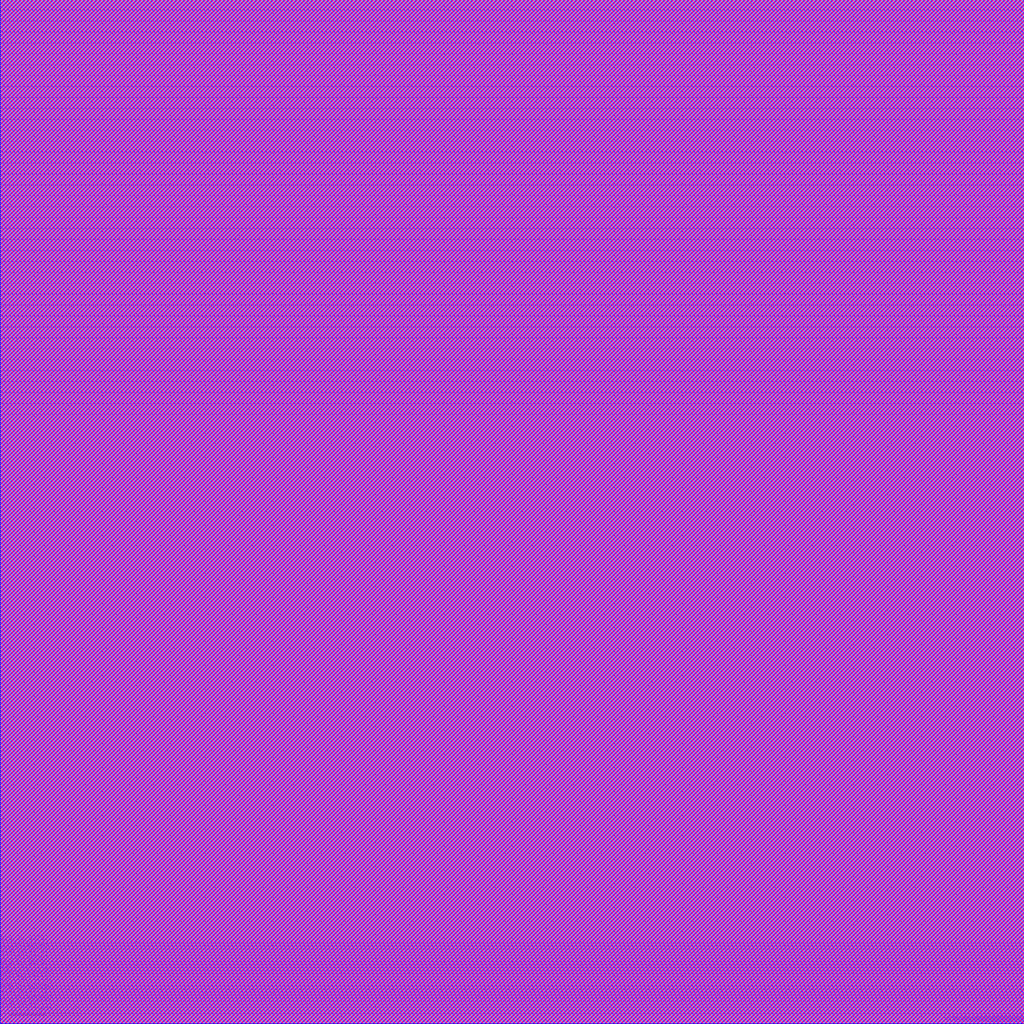
<source format=lef>
##
## LEF for PtnCells ;
## created by Innovus v17.13-s098_1 on Sat Dec  7 00:01:32 2019
##

VERSION 5.8 ;

BUSBITCHARS "[]" ;
DIVIDERCHAR "/" ;

MACRO NYQ
  CLASS BLOCK ;
  SIZE 1499.8400 BY 1499.8400 ;
  FOREIGN NYQ 0.0000 0.0000 ;
  ORIGIN 0 0 ;
  SYMMETRY X Y R90 ;
  PIN Clk_CI
    DIRECTION INPUT ;
    USE SIGNAL ;
    PORT
      LAYER M3 ;
        RECT 1499.6800 1452.5600 1499.8400 1452.7200 ;
    END
  END Clk_CI
  PIN Rst_RBI
    DIRECTION INPUT ;
    USE SIGNAL ;
    PORT
      LAYER M3 ;
        RECT 1499.6800 1468.5600 1499.8400 1468.7200 ;
    END
  END Rst_RBI
  PIN WrEn_SI
    DIRECTION INPUT ;
    USE SIGNAL ;
    PORT
      LAYER M3 ;
        RECT 1499.6800 1484.5600 1499.8400 1484.7200 ;
    END
  END WrEn_SI
  PIN Addr_DI[10]
    DIRECTION INPUT ;
    USE SIGNAL ;
    PORT
      LAYER M3 ;
        RECT 1499.6800 1436.5600 1499.8400 1436.7200 ;
    END
  END Addr_DI[10]
  PIN Addr_DI[9]
    DIRECTION INPUT ;
    USE SIGNAL ;
    PORT
      LAYER M3 ;
        RECT 1499.6800 1420.5600 1499.8400 1420.7200 ;
    END
  END Addr_DI[9]
  PIN Addr_DI[8]
    DIRECTION INPUT ;
    USE SIGNAL ;
    PORT
      LAYER M3 ;
        RECT 1499.6800 1404.5600 1499.8400 1404.7200 ;
    END
  END Addr_DI[8]
  PIN Addr_DI[7]
    DIRECTION INPUT ;
    USE SIGNAL ;
    PORT
      LAYER M3 ;
        RECT 1499.6800 1388.5600 1499.8400 1388.7200 ;
    END
  END Addr_DI[7]
  PIN Addr_DI[6]
    DIRECTION INPUT ;
    USE SIGNAL ;
    PORT
      LAYER M3 ;
        RECT 1499.6800 1372.5600 1499.8400 1372.7200 ;
    END
  END Addr_DI[6]
  PIN Addr_DI[5]
    DIRECTION INPUT ;
    USE SIGNAL ;
    PORT
      LAYER M3 ;
        RECT 1499.6800 1356.5600 1499.8400 1356.7200 ;
    END
  END Addr_DI[5]
  PIN Addr_DI[4]
    DIRECTION INPUT ;
    USE SIGNAL ;
    PORT
      LAYER M3 ;
        RECT 1499.6800 1340.5600 1499.8400 1340.7200 ;
    END
  END Addr_DI[4]
  PIN Addr_DI[3]
    DIRECTION INPUT ;
    USE SIGNAL ;
    PORT
      LAYER M3 ;
        RECT 1499.6800 1324.5600 1499.8400 1324.7200 ;
    END
  END Addr_DI[3]
  PIN Addr_DI[2]
    DIRECTION INPUT ;
    USE SIGNAL ;
    PORT
      LAYER M3 ;
        RECT 1499.6800 1308.5600 1499.8400 1308.7200 ;
    END
  END Addr_DI[2]
  PIN Addr_DI[1]
    DIRECTION INPUT ;
    USE SIGNAL ;
    PORT
      LAYER M3 ;
        RECT 1499.6800 1292.5600 1499.8400 1292.7200 ;
    END
  END Addr_DI[1]
  PIN Addr_DI[0]
    DIRECTION INPUT ;
    USE SIGNAL ;
    PORT
      LAYER M3 ;
        RECT 1499.6800 1276.5600 1499.8400 1276.7200 ;
    END
  END Addr_DI[0]
  PIN PAR_In_DI[23]
    DIRECTION INPUT ;
    USE SIGNAL ;
    PORT
      LAYER M3 ;
        RECT 1499.6800 1260.5600 1499.8400 1260.7200 ;
    END
  END PAR_In_DI[23]
  PIN PAR_In_DI[22]
    DIRECTION INPUT ;
    USE SIGNAL ;
    PORT
      LAYER M3 ;
        RECT 1499.6800 1244.5600 1499.8400 1244.7200 ;
    END
  END PAR_In_DI[22]
  PIN PAR_In_DI[21]
    DIRECTION INPUT ;
    USE SIGNAL ;
    PORT
      LAYER M3 ;
        RECT 1499.6800 1228.5600 1499.8400 1228.7200 ;
    END
  END PAR_In_DI[21]
  PIN PAR_In_DI[20]
    DIRECTION INPUT ;
    USE SIGNAL ;
    PORT
      LAYER M3 ;
        RECT 1499.6800 1212.5600 1499.8400 1212.7200 ;
    END
  END PAR_In_DI[20]
  PIN PAR_In_DI[19]
    DIRECTION INPUT ;
    USE SIGNAL ;
    PORT
      LAYER M3 ;
        RECT 1499.6800 1196.5600 1499.8400 1196.7200 ;
    END
  END PAR_In_DI[19]
  PIN PAR_In_DI[18]
    DIRECTION INPUT ;
    USE SIGNAL ;
    PORT
      LAYER M3 ;
        RECT 1499.6800 1180.5600 1499.8400 1180.7200 ;
    END
  END PAR_In_DI[18]
  PIN PAR_In_DI[17]
    DIRECTION INPUT ;
    USE SIGNAL ;
    PORT
      LAYER M3 ;
        RECT 1499.6800 1164.5600 1499.8400 1164.7200 ;
    END
  END PAR_In_DI[17]
  PIN PAR_In_DI[16]
    DIRECTION INPUT ;
    USE SIGNAL ;
    PORT
      LAYER M3 ;
        RECT 1499.6800 1148.5600 1499.8400 1148.7200 ;
    END
  END PAR_In_DI[16]
  PIN PAR_In_DI[15]
    DIRECTION INPUT ;
    USE SIGNAL ;
    PORT
      LAYER M3 ;
        RECT 1499.6800 1132.5600 1499.8400 1132.7200 ;
    END
  END PAR_In_DI[15]
  PIN PAR_In_DI[14]
    DIRECTION INPUT ;
    USE SIGNAL ;
    PORT
      LAYER M3 ;
        RECT 1499.6800 1116.5600 1499.8400 1116.7200 ;
    END
  END PAR_In_DI[14]
  PIN PAR_In_DI[13]
    DIRECTION INPUT ;
    USE SIGNAL ;
    PORT
      LAYER M3 ;
        RECT 1499.6800 1100.5600 1499.8400 1100.7200 ;
    END
  END PAR_In_DI[13]
  PIN PAR_In_DI[12]
    DIRECTION INPUT ;
    USE SIGNAL ;
    PORT
      LAYER M3 ;
        RECT 1499.6800 1084.5600 1499.8400 1084.7200 ;
    END
  END PAR_In_DI[12]
  PIN PAR_In_DI[11]
    DIRECTION INPUT ;
    USE SIGNAL ;
    PORT
      LAYER M3 ;
        RECT 1499.6800 1068.5600 1499.8400 1068.7200 ;
    END
  END PAR_In_DI[11]
  PIN PAR_In_DI[10]
    DIRECTION INPUT ;
    USE SIGNAL ;
    PORT
      LAYER M3 ;
        RECT 1499.6800 1052.5600 1499.8400 1052.7200 ;
    END
  END PAR_In_DI[10]
  PIN PAR_In_DI[9]
    DIRECTION INPUT ;
    USE SIGNAL ;
    PORT
      LAYER M3 ;
        RECT 1499.6800 1036.5600 1499.8400 1036.7200 ;
    END
  END PAR_In_DI[9]
  PIN PAR_In_DI[8]
    DIRECTION INPUT ;
    USE SIGNAL ;
    PORT
      LAYER M3 ;
        RECT 1499.6800 1020.5600 1499.8400 1020.7200 ;
    END
  END PAR_In_DI[8]
  PIN PAR_In_DI[7]
    DIRECTION INPUT ;
    USE SIGNAL ;
    PORT
      LAYER M3 ;
        RECT 1499.6800 1004.5600 1499.8400 1004.7200 ;
    END
  END PAR_In_DI[7]
  PIN PAR_In_DI[6]
    DIRECTION INPUT ;
    USE SIGNAL ;
    PORT
      LAYER M3 ;
        RECT 1499.6800 988.5600 1499.8400 988.7200 ;
    END
  END PAR_In_DI[6]
  PIN PAR_In_DI[5]
    DIRECTION INPUT ;
    USE SIGNAL ;
    PORT
      LAYER M3 ;
        RECT 1499.6800 972.5600 1499.8400 972.7200 ;
    END
  END PAR_In_DI[5]
  PIN PAR_In_DI[4]
    DIRECTION INPUT ;
    USE SIGNAL ;
    PORT
      LAYER M3 ;
        RECT 1499.6800 956.5600 1499.8400 956.7200 ;
    END
  END PAR_In_DI[4]
  PIN PAR_In_DI[3]
    DIRECTION INPUT ;
    USE SIGNAL ;
    PORT
      LAYER M3 ;
        RECT 1499.6800 940.5600 1499.8400 940.7200 ;
    END
  END PAR_In_DI[3]
  PIN PAR_In_DI[2]
    DIRECTION INPUT ;
    USE SIGNAL ;
    PORT
      LAYER M3 ;
        RECT 1499.6800 924.5600 1499.8400 924.7200 ;
    END
  END PAR_In_DI[2]
  PIN PAR_In_DI[1]
    DIRECTION INPUT ;
    USE SIGNAL ;
    PORT
      LAYER M3 ;
        RECT 1499.6800 908.5600 1499.8400 908.7200 ;
    END
  END PAR_In_DI[1]
  PIN PAR_In_DI[0]
    DIRECTION INPUT ;
    USE SIGNAL ;
    PORT
      LAYER M3 ;
        RECT 1499.6800 892.5600 1499.8400 892.7200 ;
    END
  END PAR_In_DI[0]
  PIN NYQ_In_DI[23]
    DIRECTION INPUT ;
    USE SIGNAL ;
    PORT
      LAYER M3 ;
        RECT 0.0000 15.1200 0.1600 15.2800 ;
    END
  END NYQ_In_DI[23]
  PIN NYQ_In_DI[22]
    DIRECTION INPUT ;
    USE SIGNAL ;
    PORT
      LAYER M3 ;
        RECT 0.0000 19.6000 0.1600 19.7600 ;
    END
  END NYQ_In_DI[22]
  PIN NYQ_In_DI[21]
    DIRECTION INPUT ;
    USE SIGNAL ;
    PORT
      LAYER M3 ;
        RECT 0.0000 24.0800 0.1600 24.2400 ;
    END
  END NYQ_In_DI[21]
  PIN NYQ_In_DI[20]
    DIRECTION INPUT ;
    USE SIGNAL ;
    PORT
      LAYER M3 ;
        RECT 0.0000 28.5600 0.1600 28.7200 ;
    END
  END NYQ_In_DI[20]
  PIN NYQ_In_DI[19]
    DIRECTION INPUT ;
    USE SIGNAL ;
    PORT
      LAYER M3 ;
        RECT 0.0000 33.0400 0.1600 33.2000 ;
    END
  END NYQ_In_DI[19]
  PIN NYQ_In_DI[18]
    DIRECTION INPUT ;
    USE SIGNAL ;
    PORT
      LAYER M3 ;
        RECT 0.0000 37.5200 0.1600 37.6800 ;
    END
  END NYQ_In_DI[18]
  PIN NYQ_In_DI[17]
    DIRECTION INPUT ;
    USE SIGNAL ;
    PORT
      LAYER M3 ;
        RECT 0.0000 42.0000 0.1600 42.1600 ;
    END
  END NYQ_In_DI[17]
  PIN NYQ_In_DI[16]
    DIRECTION INPUT ;
    USE SIGNAL ;
    PORT
      LAYER M3 ;
        RECT 0.0000 46.4800 0.1600 46.6400 ;
    END
  END NYQ_In_DI[16]
  PIN NYQ_In_DI[15]
    DIRECTION INPUT ;
    USE SIGNAL ;
    PORT
      LAYER M3 ;
        RECT 0.0000 50.9600 0.1600 51.1200 ;
    END
  END NYQ_In_DI[15]
  PIN NYQ_In_DI[14]
    DIRECTION INPUT ;
    USE SIGNAL ;
    PORT
      LAYER M3 ;
        RECT 0.0000 55.4400 0.1600 55.6000 ;
    END
  END NYQ_In_DI[14]
  PIN NYQ_In_DI[13]
    DIRECTION INPUT ;
    USE SIGNAL ;
    PORT
      LAYER M3 ;
        RECT 0.0000 59.9200 0.1600 60.0800 ;
    END
  END NYQ_In_DI[13]
  PIN NYQ_In_DI[12]
    DIRECTION INPUT ;
    USE SIGNAL ;
    PORT
      LAYER M3 ;
        RECT 0.0000 64.4000 0.1600 64.5600 ;
    END
  END NYQ_In_DI[12]
  PIN NYQ_In_DI[11]
    DIRECTION INPUT ;
    USE SIGNAL ;
    PORT
      LAYER M3 ;
        RECT 0.0000 68.8800 0.1600 69.0400 ;
    END
  END NYQ_In_DI[11]
  PIN NYQ_In_DI[10]
    DIRECTION INPUT ;
    USE SIGNAL ;
    PORT
      LAYER M3 ;
        RECT 0.0000 73.3600 0.1600 73.5200 ;
    END
  END NYQ_In_DI[10]
  PIN NYQ_In_DI[9]
    DIRECTION INPUT ;
    USE SIGNAL ;
    PORT
      LAYER M3 ;
        RECT 0.0000 77.8400 0.1600 78.0000 ;
    END
  END NYQ_In_DI[9]
  PIN NYQ_In_DI[8]
    DIRECTION INPUT ;
    USE SIGNAL ;
    PORT
      LAYER M3 ;
        RECT 0.0000 82.3200 0.1600 82.4800 ;
    END
  END NYQ_In_DI[8]
  PIN NYQ_In_DI[7]
    DIRECTION INPUT ;
    USE SIGNAL ;
    PORT
      LAYER M3 ;
        RECT 0.0000 86.8000 0.1600 86.9600 ;
    END
  END NYQ_In_DI[7]
  PIN NYQ_In_DI[6]
    DIRECTION INPUT ;
    USE SIGNAL ;
    PORT
      LAYER M3 ;
        RECT 0.0000 91.2800 0.1600 91.4400 ;
    END
  END NYQ_In_DI[6]
  PIN NYQ_In_DI[5]
    DIRECTION INPUT ;
    USE SIGNAL ;
    PORT
      LAYER M3 ;
        RECT 0.0000 95.7600 0.1600 95.9200 ;
    END
  END NYQ_In_DI[5]
  PIN NYQ_In_DI[4]
    DIRECTION INPUT ;
    USE SIGNAL ;
    PORT
      LAYER M3 ;
        RECT 0.0000 100.2400 0.1600 100.4000 ;
    END
  END NYQ_In_DI[4]
  PIN NYQ_In_DI[3]
    DIRECTION INPUT ;
    USE SIGNAL ;
    PORT
      LAYER M3 ;
        RECT 0.0000 104.7200 0.1600 104.8800 ;
    END
  END NYQ_In_DI[3]
  PIN NYQ_In_DI[2]
    DIRECTION INPUT ;
    USE SIGNAL ;
    PORT
      LAYER M3 ;
        RECT 0.0000 109.2000 0.1600 109.3600 ;
    END
  END NYQ_In_DI[2]
  PIN NYQ_In_DI[1]
    DIRECTION INPUT ;
    USE SIGNAL ;
    PORT
      LAYER M3 ;
        RECT 0.0000 113.6800 0.1600 113.8400 ;
    END
  END NYQ_In_DI[1]
  PIN NYQ_In_DI[0]
    DIRECTION INPUT ;
    USE SIGNAL ;
    PORT
      LAYER M3 ;
        RECT 0.0000 118.1600 0.1600 118.3200 ;
    END
  END NYQ_In_DI[0]
  PIN NYQ_Out_DO[23]
    DIRECTION OUTPUT ;
    USE SIGNAL ;
    PORT
      LAYER M3 ;
        RECT 1484.5600 0.0000 1484.7200 0.1600 ;
    END
  END NYQ_Out_DO[23]
  PIN NYQ_Out_DO[22]
    DIRECTION OUTPUT ;
    USE SIGNAL ;
    PORT
      LAYER M3 ;
        RECT 1480.0800 0.0000 1480.2400 0.1600 ;
    END
  END NYQ_Out_DO[22]
  PIN NYQ_Out_DO[21]
    DIRECTION OUTPUT ;
    USE SIGNAL ;
    PORT
      LAYER M3 ;
        RECT 1475.6000 0.0000 1475.7600 0.1600 ;
    END
  END NYQ_Out_DO[21]
  PIN NYQ_Out_DO[20]
    DIRECTION OUTPUT ;
    USE SIGNAL ;
    PORT
      LAYER M3 ;
        RECT 1471.1200 0.0000 1471.2800 0.1600 ;
    END
  END NYQ_Out_DO[20]
  PIN NYQ_Out_DO[19]
    DIRECTION OUTPUT ;
    USE SIGNAL ;
    PORT
      LAYER M3 ;
        RECT 1466.6400 0.0000 1466.8000 0.1600 ;
    END
  END NYQ_Out_DO[19]
  PIN NYQ_Out_DO[18]
    DIRECTION OUTPUT ;
    USE SIGNAL ;
    PORT
      LAYER M3 ;
        RECT 1462.1600 0.0000 1462.3200 0.1600 ;
    END
  END NYQ_Out_DO[18]
  PIN NYQ_Out_DO[17]
    DIRECTION OUTPUT ;
    USE SIGNAL ;
    PORT
      LAYER M3 ;
        RECT 1457.6800 0.0000 1457.8400 0.1600 ;
    END
  END NYQ_Out_DO[17]
  PIN NYQ_Out_DO[16]
    DIRECTION OUTPUT ;
    USE SIGNAL ;
    PORT
      LAYER M3 ;
        RECT 1453.2000 0.0000 1453.3600 0.1600 ;
    END
  END NYQ_Out_DO[16]
  PIN NYQ_Out_DO[15]
    DIRECTION OUTPUT ;
    USE SIGNAL ;
    PORT
      LAYER M3 ;
        RECT 1448.7200 0.0000 1448.8800 0.1600 ;
    END
  END NYQ_Out_DO[15]
  PIN NYQ_Out_DO[14]
    DIRECTION OUTPUT ;
    USE SIGNAL ;
    PORT
      LAYER M3 ;
        RECT 1444.2400 0.0000 1444.4000 0.1600 ;
    END
  END NYQ_Out_DO[14]
  PIN NYQ_Out_DO[13]
    DIRECTION OUTPUT ;
    USE SIGNAL ;
    PORT
      LAYER M3 ;
        RECT 1439.7600 0.0000 1439.9200 0.1600 ;
    END
  END NYQ_Out_DO[13]
  PIN NYQ_Out_DO[12]
    DIRECTION OUTPUT ;
    USE SIGNAL ;
    PORT
      LAYER M3 ;
        RECT 1435.2800 0.0000 1435.4400 0.1600 ;
    END
  END NYQ_Out_DO[12]
  PIN NYQ_Out_DO[11]
    DIRECTION OUTPUT ;
    USE SIGNAL ;
    PORT
      LAYER M3 ;
        RECT 1430.8000 0.0000 1430.9600 0.1600 ;
    END
  END NYQ_Out_DO[11]
  PIN NYQ_Out_DO[10]
    DIRECTION OUTPUT ;
    USE SIGNAL ;
    PORT
      LAYER M3 ;
        RECT 1426.3200 0.0000 1426.4800 0.1600 ;
    END
  END NYQ_Out_DO[10]
  PIN NYQ_Out_DO[9]
    DIRECTION OUTPUT ;
    USE SIGNAL ;
    PORT
      LAYER M3 ;
        RECT 1421.8400 0.0000 1422.0000 0.1600 ;
    END
  END NYQ_Out_DO[9]
  PIN NYQ_Out_DO[8]
    DIRECTION OUTPUT ;
    USE SIGNAL ;
    PORT
      LAYER M3 ;
        RECT 1417.3600 0.0000 1417.5200 0.1600 ;
    END
  END NYQ_Out_DO[8]
  PIN NYQ_Out_DO[7]
    DIRECTION OUTPUT ;
    USE SIGNAL ;
    PORT
      LAYER M3 ;
        RECT 1412.8800 0.0000 1413.0400 0.1600 ;
    END
  END NYQ_Out_DO[7]
  PIN NYQ_Out_DO[6]
    DIRECTION OUTPUT ;
    USE SIGNAL ;
    PORT
      LAYER M3 ;
        RECT 1408.4000 0.0000 1408.5600 0.1600 ;
    END
  END NYQ_Out_DO[6]
  PIN NYQ_Out_DO[5]
    DIRECTION OUTPUT ;
    USE SIGNAL ;
    PORT
      LAYER M3 ;
        RECT 1403.9200 0.0000 1404.0800 0.1600 ;
    END
  END NYQ_Out_DO[5]
  PIN NYQ_Out_DO[4]
    DIRECTION OUTPUT ;
    USE SIGNAL ;
    PORT
      LAYER M3 ;
        RECT 1399.4400 0.0000 1399.6000 0.1600 ;
    END
  END NYQ_Out_DO[4]
  PIN NYQ_Out_DO[3]
    DIRECTION OUTPUT ;
    USE SIGNAL ;
    PORT
      LAYER M3 ;
        RECT 1394.9600 0.0000 1395.1200 0.1600 ;
    END
  END NYQ_Out_DO[3]
  PIN NYQ_Out_DO[2]
    DIRECTION OUTPUT ;
    USE SIGNAL ;
    PORT
      LAYER M3 ;
        RECT 1390.4800 0.0000 1390.6400 0.1600 ;
    END
  END NYQ_Out_DO[2]
  PIN NYQ_Out_DO[1]
    DIRECTION OUTPUT ;
    USE SIGNAL ;
    PORT
      LAYER M3 ;
        RECT 1386.0000 0.0000 1386.1600 0.1600 ;
    END
  END NYQ_Out_DO[1]
  PIN NYQ_Out_DO[0]
    DIRECTION OUTPUT ;
    USE SIGNAL ;
    PORT
      LAYER M3 ;
        RECT 1381.5200 0.0000 1381.6800 0.1600 ;
    END
  END NYQ_Out_DO[0]
  PIN NYQ_Valid_DO
    DIRECTION OUTPUT ;
    USE SIGNAL ;
    PORT
      LAYER M3 ;
        RECT 1484.5600 1499.6800 1484.7200 1499.8400 ;
    END
  END NYQ_Valid_DO
  OBS
    LAYER M1 ;
      RECT 0.0000 0.0000 1499.8400 1499.8400 ;
    LAYER M2 ;
      RECT 0.0000 0.0000 1499.8400 1499.8400 ;
    LAYER M3 ;
      RECT 1484.8800 1499.5200 1499.8400 1499.8400 ;
      RECT 0.0000 1499.5200 1484.4000 1499.8400 ;
      RECT 0.0000 1484.8800 1499.8400 1499.5200 ;
      RECT 0.0000 1484.4000 1499.5200 1484.8800 ;
      RECT 0.0000 1468.8800 1499.8400 1484.4000 ;
      RECT 0.0000 1468.4000 1499.5200 1468.8800 ;
      RECT 0.0000 1452.8800 1499.8400 1468.4000 ;
      RECT 0.0000 1452.4000 1499.5200 1452.8800 ;
      RECT 0.0000 1436.8800 1499.8400 1452.4000 ;
      RECT 0.0000 1436.4000 1499.5200 1436.8800 ;
      RECT 0.0000 1420.8800 1499.8400 1436.4000 ;
      RECT 0.0000 1420.4000 1499.5200 1420.8800 ;
      RECT 0.0000 1404.8800 1499.8400 1420.4000 ;
      RECT 0.0000 1404.4000 1499.5200 1404.8800 ;
      RECT 0.0000 1388.8800 1499.8400 1404.4000 ;
      RECT 0.0000 1388.4000 1499.5200 1388.8800 ;
      RECT 0.0000 1372.8800 1499.8400 1388.4000 ;
      RECT 0.0000 1372.4000 1499.5200 1372.8800 ;
      RECT 0.0000 1356.8800 1499.8400 1372.4000 ;
      RECT 0.0000 1356.4000 1499.5200 1356.8800 ;
      RECT 0.0000 1340.8800 1499.8400 1356.4000 ;
      RECT 0.0000 1340.4000 1499.5200 1340.8800 ;
      RECT 0.0000 1324.8800 1499.8400 1340.4000 ;
      RECT 0.0000 1324.4000 1499.5200 1324.8800 ;
      RECT 0.0000 1308.8800 1499.8400 1324.4000 ;
      RECT 0.0000 1308.4000 1499.5200 1308.8800 ;
      RECT 0.0000 1292.8800 1499.8400 1308.4000 ;
      RECT 0.0000 1292.4000 1499.5200 1292.8800 ;
      RECT 0.0000 1276.8800 1499.8400 1292.4000 ;
      RECT 0.0000 1276.4000 1499.5200 1276.8800 ;
      RECT 0.0000 1260.8800 1499.8400 1276.4000 ;
      RECT 0.0000 1260.4000 1499.5200 1260.8800 ;
      RECT 0.0000 1244.8800 1499.8400 1260.4000 ;
      RECT 0.0000 1244.4000 1499.5200 1244.8800 ;
      RECT 0.0000 1228.8800 1499.8400 1244.4000 ;
      RECT 0.0000 1228.4000 1499.5200 1228.8800 ;
      RECT 0.0000 1212.8800 1499.8400 1228.4000 ;
      RECT 0.0000 1212.4000 1499.5200 1212.8800 ;
      RECT 0.0000 1196.8800 1499.8400 1212.4000 ;
      RECT 0.0000 1196.4000 1499.5200 1196.8800 ;
      RECT 0.0000 1180.8800 1499.8400 1196.4000 ;
      RECT 0.0000 1180.4000 1499.5200 1180.8800 ;
      RECT 0.0000 1164.8800 1499.8400 1180.4000 ;
      RECT 0.0000 1164.4000 1499.5200 1164.8800 ;
      RECT 0.0000 1148.8800 1499.8400 1164.4000 ;
      RECT 0.0000 1148.4000 1499.5200 1148.8800 ;
      RECT 0.0000 1132.8800 1499.8400 1148.4000 ;
      RECT 0.0000 1132.4000 1499.5200 1132.8800 ;
      RECT 0.0000 1116.8800 1499.8400 1132.4000 ;
      RECT 0.0000 1116.4000 1499.5200 1116.8800 ;
      RECT 0.0000 1100.8800 1499.8400 1116.4000 ;
      RECT 0.0000 1100.4000 1499.5200 1100.8800 ;
      RECT 0.0000 1084.8800 1499.8400 1100.4000 ;
      RECT 0.0000 1084.4000 1499.5200 1084.8800 ;
      RECT 0.0000 1068.8800 1499.8400 1084.4000 ;
      RECT 0.0000 1068.4000 1499.5200 1068.8800 ;
      RECT 0.0000 1052.8800 1499.8400 1068.4000 ;
      RECT 0.0000 1052.4000 1499.5200 1052.8800 ;
      RECT 0.0000 1036.8800 1499.8400 1052.4000 ;
      RECT 0.0000 1036.4000 1499.5200 1036.8800 ;
      RECT 0.0000 1020.8800 1499.8400 1036.4000 ;
      RECT 0.0000 1020.4000 1499.5200 1020.8800 ;
      RECT 0.0000 1004.8800 1499.8400 1020.4000 ;
      RECT 0.0000 1004.4000 1499.5200 1004.8800 ;
      RECT 0.0000 988.8800 1499.8400 1004.4000 ;
      RECT 0.0000 988.4000 1499.5200 988.8800 ;
      RECT 0.0000 972.8800 1499.8400 988.4000 ;
      RECT 0.0000 972.4000 1499.5200 972.8800 ;
      RECT 0.0000 956.8800 1499.8400 972.4000 ;
      RECT 0.0000 956.4000 1499.5200 956.8800 ;
      RECT 0.0000 940.8800 1499.8400 956.4000 ;
      RECT 0.0000 940.4000 1499.5200 940.8800 ;
      RECT 0.0000 924.8800 1499.8400 940.4000 ;
      RECT 0.0000 924.4000 1499.5200 924.8800 ;
      RECT 0.0000 908.8800 1499.8400 924.4000 ;
      RECT 0.0000 908.4000 1499.5200 908.8800 ;
      RECT 0.0000 892.8800 1499.8400 908.4000 ;
      RECT 0.0000 892.4000 1499.5200 892.8800 ;
      RECT 0.0000 118.4800 1499.8400 892.4000 ;
      RECT 0.3200 118.0000 1499.8400 118.4800 ;
      RECT 0.0000 114.0000 1499.8400 118.0000 ;
      RECT 0.3200 113.5200 1499.8400 114.0000 ;
      RECT 0.0000 109.5200 1499.8400 113.5200 ;
      RECT 0.3200 109.0400 1499.8400 109.5200 ;
      RECT 0.0000 105.0400 1499.8400 109.0400 ;
      RECT 0.3200 104.5600 1499.8400 105.0400 ;
      RECT 0.0000 100.5600 1499.8400 104.5600 ;
      RECT 0.3200 100.0800 1499.8400 100.5600 ;
      RECT 0.0000 96.0800 1499.8400 100.0800 ;
      RECT 0.3200 95.6000 1499.8400 96.0800 ;
      RECT 0.0000 91.6000 1499.8400 95.6000 ;
      RECT 0.3200 91.1200 1499.8400 91.6000 ;
      RECT 0.0000 87.1200 1499.8400 91.1200 ;
      RECT 0.3200 86.6400 1499.8400 87.1200 ;
      RECT 0.0000 82.6400 1499.8400 86.6400 ;
      RECT 0.3200 82.1600 1499.8400 82.6400 ;
      RECT 0.0000 78.1600 1499.8400 82.1600 ;
      RECT 0.3200 77.6800 1499.8400 78.1600 ;
      RECT 0.0000 73.6800 1499.8400 77.6800 ;
      RECT 0.3200 73.2000 1499.8400 73.6800 ;
      RECT 0.0000 69.2000 1499.8400 73.2000 ;
      RECT 0.3200 68.7200 1499.8400 69.2000 ;
      RECT 0.0000 64.7200 1499.8400 68.7200 ;
      RECT 0.3200 64.2400 1499.8400 64.7200 ;
      RECT 0.0000 60.2400 1499.8400 64.2400 ;
      RECT 0.3200 59.7600 1499.8400 60.2400 ;
      RECT 0.0000 55.7600 1499.8400 59.7600 ;
      RECT 0.3200 55.2800 1499.8400 55.7600 ;
      RECT 0.0000 51.2800 1499.8400 55.2800 ;
      RECT 0.3200 50.8000 1499.8400 51.2800 ;
      RECT 0.0000 46.8000 1499.8400 50.8000 ;
      RECT 0.3200 46.3200 1499.8400 46.8000 ;
      RECT 0.0000 42.3200 1499.8400 46.3200 ;
      RECT 0.3200 41.8400 1499.8400 42.3200 ;
      RECT 0.0000 37.8400 1499.8400 41.8400 ;
      RECT 0.3200 37.3600 1499.8400 37.8400 ;
      RECT 0.0000 33.3600 1499.8400 37.3600 ;
      RECT 0.3200 32.8800 1499.8400 33.3600 ;
      RECT 0.0000 28.8800 1499.8400 32.8800 ;
      RECT 0.3200 28.4000 1499.8400 28.8800 ;
      RECT 0.0000 24.4000 1499.8400 28.4000 ;
      RECT 0.3200 23.9200 1499.8400 24.4000 ;
      RECT 0.0000 19.9200 1499.8400 23.9200 ;
      RECT 0.3200 19.4400 1499.8400 19.9200 ;
      RECT 0.0000 15.4400 1499.8400 19.4400 ;
      RECT 0.3200 14.9600 1499.8400 15.4400 ;
      RECT 0.0000 0.3200 1499.8400 14.9600 ;
      RECT 1484.8800 0.0000 1499.8400 0.3200 ;
      RECT 1480.4000 0.0000 1484.4000 0.3200 ;
      RECT 1475.9200 0.0000 1479.9200 0.3200 ;
      RECT 1471.4400 0.0000 1475.4400 0.3200 ;
      RECT 1466.9600 0.0000 1470.9600 0.3200 ;
      RECT 1462.4800 0.0000 1466.4800 0.3200 ;
      RECT 1458.0000 0.0000 1462.0000 0.3200 ;
      RECT 1453.5200 0.0000 1457.5200 0.3200 ;
      RECT 1449.0400 0.0000 1453.0400 0.3200 ;
      RECT 1444.5600 0.0000 1448.5600 0.3200 ;
      RECT 1440.0800 0.0000 1444.0800 0.3200 ;
      RECT 1435.6000 0.0000 1439.6000 0.3200 ;
      RECT 1431.1200 0.0000 1435.1200 0.3200 ;
      RECT 1426.6400 0.0000 1430.6400 0.3200 ;
      RECT 1422.1600 0.0000 1426.1600 0.3200 ;
      RECT 1417.6800 0.0000 1421.6800 0.3200 ;
      RECT 1413.2000 0.0000 1417.2000 0.3200 ;
      RECT 1408.7200 0.0000 1412.7200 0.3200 ;
      RECT 1404.2400 0.0000 1408.2400 0.3200 ;
      RECT 1399.7600 0.0000 1403.7600 0.3200 ;
      RECT 1395.2800 0.0000 1399.2800 0.3200 ;
      RECT 1390.8000 0.0000 1394.8000 0.3200 ;
      RECT 1386.3200 0.0000 1390.3200 0.3200 ;
      RECT 1381.8400 0.0000 1385.8400 0.3200 ;
      RECT 0.0000 0.0000 1381.3600 0.3200 ;
    LAYER M4 ;
      RECT 0.0000 0.0000 1499.8400 1499.8400 ;
    LAYER M5 ;
      RECT 0.0000 0.0000 1499.8400 1499.8400 ;
    LAYER M6 ;
      RECT 0.0000 0.0000 1499.8400 1499.8400 ;
    LAYER M7 ;
      RECT 0.0000 0.0000 1499.8400 1499.8400 ;
    LAYER M8 ;
      RECT 0.0000 0.0000 1499.8400 1499.8400 ;
    LAYER M9 ;
      RECT 0.0000 0.0000 1499.8400 1499.8400 ;
  END
END NYQ

END LIBRARY

</source>
